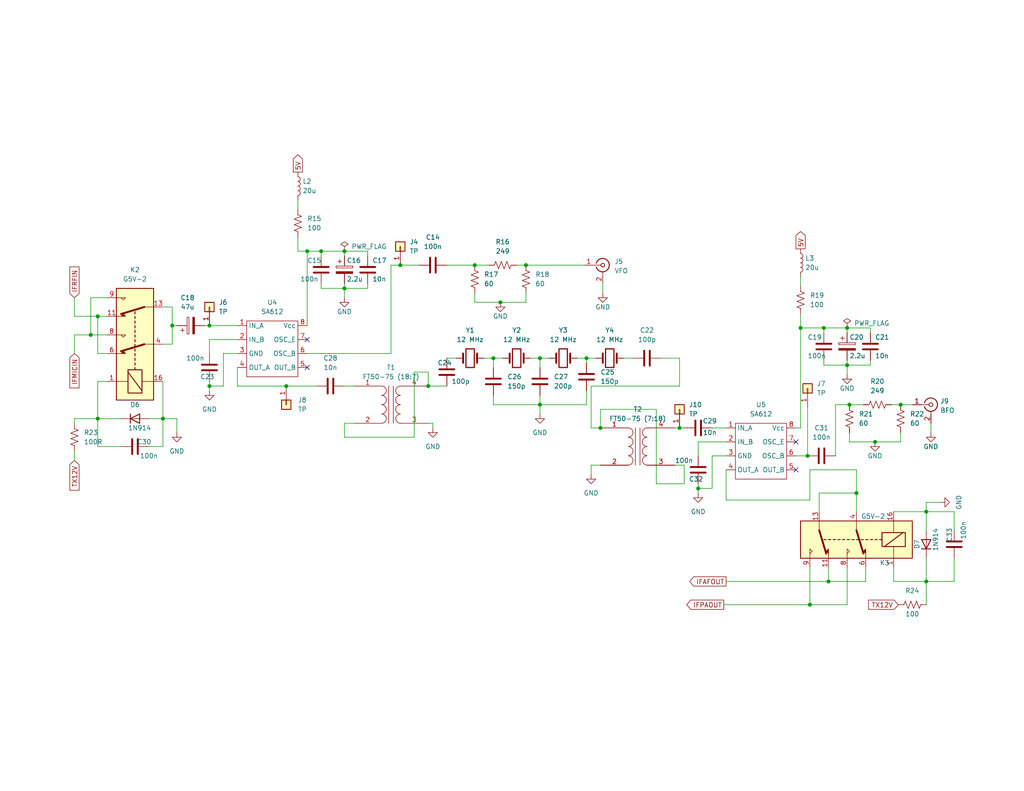
<source format=kicad_sch>
(kicad_sch (version 20211123) (generator eeschema)
  (paper "A")
  (title_block (date "2022-08-31") (rev "0.1a") (company "DATER (Dave Peter)"))
  (lib_symbols
    (symbol "Connector:Conn_Coaxial" (pin_names (offset 1.016) hide)
      (property "Reference" "J" (at 0.254 3.048 0))
      (property "Value" "Conn_Coaxial" (at 2.921 0 90))
      (symbol "Conn_Coaxial_0_1"
        (arc (start -1.778 -0.508) (mid 0.2311 -1.8066) (end 1.778 0) (stroke (width 0.254)))
        (polyline (pts (xy -2.54 0) (xy -0.508 0)))
        (polyline (pts (xy 0 -2.54) (xy 0 -1.778)))
        (circle (center 0 0) (radius 0.508) (stroke (width 0.2032)))
        (arc (start 1.778 0) (mid 0.2099 1.8101) (end -1.778 0.508) (stroke (width 0.254)))
      )
      (symbol "Conn_Coaxial_1_1"
        (pin passive line (at -5.08 0 0) (length 2.54) (name "In") (number "1"))
        (pin passive line (at 0 -5.08 90) (length 2.54) (name "Ext") (number "2"))
      )
    )
    (symbol "Connector_Generic:Conn_01x01" (pin_names (offset 1.016) hide)
      (property "Reference" "J" (at 0 2.54 0))
      (property "Value" "Conn_01x01" (at 0 -2.54 0))
      (symbol "Conn_01x01_1_1"
        (rectangle (start -1.27 0.127) (end 0 -0.127) (stroke (width 0.1524)))
        (rectangle (start -1.27 1.27) (end 1.27 -1.27) (stroke (width 0.254)) (fill (type background)))
        (pin passive line (at -5.08 0 0) (length 3.81) (name "Pin_1") (number "1"))
      )
    )
    (symbol "Custom_RF:SA612"
      (property "Reference" "U" (at 1.27 10.16 0))
      (property "Value" "SA612" (at 1.27 -7.62 0))
      (symbol "SA612_0_1"
        (rectangle (start -6.35 8.89) (end 7.62 -6.35))
      )
      (symbol "SA612_1_1"
        (pin input line (at -8.89 7.62 0) (length 2.54) (name "IN_A") (number "1"))
        (pin input line (at -8.89 3.81 0) (length 2.54) (name "IN_B") (number "2"))
        (pin power_in line (at -8.89 0 0) (length 2.54) (name "GND") (number "3"))
        (pin output line (at -8.89 -3.81 0) (length 2.54) (name "OUT_A") (number "4"))
        (pin output line (at 10.16 -3.81 180) (length 2.54) (name "OUT_B") (number "5"))
        (pin input line (at 10.16 0 180) (length 2.54) (name "OSC_B") (number "6"))
        (pin input line (at 10.16 3.81 180) (length 2.54) (name "OSC_E") (number "7"))
        (pin power_in line (at 10.16 7.62 180) (length 2.54) (name "Vcc") (number "8"))
      )
    )
    (symbol "Device:C" (pin_numbers hide) (pin_names (offset 0.254))
      (property "Reference" "C" (at 0.635 2.54 0))
      (property "Value" "C" (at 0.635 -2.54 0))
      (symbol "C_0_1"
        (polyline (pts (xy -2.032 -0.762) (xy 2.032 -0.762)) (stroke (width 0.508)))
        (polyline (pts (xy -2.032 0.762) (xy 2.032 0.762)) (stroke (width 0.508)))
      )
      (symbol "C_1_1"
        (pin passive line (at 0 3.81 270) (length 2.794) (name "~") (number "1"))
        (pin passive line (at 0 -3.81 90) (length 2.794) (name "~") (number "2"))
      )
    )
    (symbol "Device:C_Polarized" (pin_numbers hide) (pin_names (offset 0.254))
      (property "Reference" "C" (at 0.635 2.54 0))
      (property "Value" "C_Polarized" (at 0.635 -2.54 0))
      (symbol "C_Polarized_0_1"
        (rectangle (start -2.286 0.508) (end 2.286 1.016))
        (polyline (pts (xy -1.778 2.286) (xy -0.762 2.286)))
        (polyline (pts (xy -1.27 2.794) (xy -1.27 1.778)))
        (rectangle (start 2.286 -0.508) (end -2.286 -1.016) (fill (type outline)))
      )
      (symbol "C_Polarized_1_1"
        (pin passive line (at 0 3.81 270) (length 2.794) (name "~") (number "1"))
        (pin passive line (at 0 -3.81 90) (length 2.794) (name "~") (number "2"))
      )
    )
    (symbol "Device:Crystal" (pin_numbers hide) (pin_names (offset 1.016) hide)
      (property "Reference" "Y" (at 0 3.81 0))
      (property "Value" "Crystal" (at 0 -3.81 0))
      (symbol "Crystal_0_1"
        (rectangle (start -1.143 2.54) (end 1.143 -2.54) (stroke (width 0.3048)))
        (polyline (pts (xy -2.54 0) (xy -1.905 0)))
        (polyline (pts (xy -1.905 -1.27) (xy -1.905 1.27)) (stroke (width 0.508)))
        (polyline (pts (xy 1.905 -1.27) (xy 1.905 1.27)) (stroke (width 0.508)))
        (polyline (pts (xy 2.54 0) (xy 1.905 0)))
      )
      (symbol "Crystal_1_1"
        (pin passive line (at -3.81 0 0) (length 1.27) (name "1") (number "1"))
        (pin passive line (at 3.81 0 180) (length 1.27) (name "2") (number "2"))
      )
    )
    (symbol "Device:L" (pin_numbers hide) (pin_names (offset 1.016) hide)
      (property "Reference" "L" (at -1.27 0 90))
      (property "Value" "L" (at 1.905 0 90))
      (symbol "L_0_1"
        (arc (start 0 -2.54) (mid 0.635 -1.905) (end 0 -1.27))
        (arc (start 0 -1.27) (mid 0.635 -0.635) (end 0 0))
        (arc (start 0 0) (mid 0.635 0.635) (end 0 1.27))
        (arc (start 0 1.27) (mid 0.635 1.905) (end 0 2.54))
      )
      (symbol "L_1_1"
        (pin passive line (at 0 3.81 270) (length 1.27) (name "1") (number "1"))
        (pin passive line (at 0 -3.81 90) (length 1.27) (name "2") (number "2"))
      )
    )
    (symbol "Device:R_US" (pin_numbers hide) (pin_names (offset 0))
      (property "Reference" "R" (at 2.54 0 90))
      (property "Value" "R_US" (at -2.54 0 90))
      (symbol "R_US_0_1"
        (polyline (pts (xy 0 -2.286) (xy 0 -2.54)))
        (polyline (pts (xy 0 2.286) (xy 0 2.54)))
        (polyline (pts (xy 0 -0.762) (xy 1.016 -1.143) (xy 0 -1.524) (xy -1.016 -1.905) (xy 0 -2.286)))
        (polyline (pts (xy 0 0.762) (xy 1.016 0.381) (xy 0 0) (xy -1.016 -0.381) (xy 0 -0.762)))
        (polyline (pts (xy 0 2.286) (xy 1.016 1.905) (xy 0 1.524) (xy -1.016 1.143) (xy 0 0.762)))
      )
      (symbol "R_US_1_1"
        (pin passive line (at 0 3.81 270) (length 1.27) (name "~") (number "1"))
        (pin passive line (at 0 -3.81 90) (length 1.27) (name "~") (number "2"))
      )
    )
    (symbol "Device:Transformer_1P_1S" (pin_names (offset 1.016) hide)
      (property "Reference" "T" (at 0 6.35 0))
      (property "Value" "Transformer_1P_1S" (at 0 -7.62 0))
      (symbol "Transformer_1P_1S_0_1"
        (arc (start -2.54 -5.0546) (mid -1.6599 -4.6901) (end -1.27 -3.81))
        (arc (start -2.54 -2.5146) (mid -1.6599 -2.1501) (end -1.27 -1.27))
        (arc (start -2.54 0.0254) (mid -1.6599 0.3899) (end -1.27 1.27))
        (arc (start -2.54 2.5654) (mid -1.6599 2.9299) (end -1.27 3.81))
        (arc (start -1.27 -3.81) (mid -1.642 -2.912) (end -2.54 -2.54))
        (arc (start -1.27 -1.27) (mid -1.642 -0.372) (end -2.54 0))
        (arc (start -1.27 1.27) (mid -1.642 2.168) (end -2.54 2.54))
        (arc (start -1.27 3.81) (mid -1.642 4.708) (end -2.54 5.08))
        (polyline (pts (xy -0.635 5.08) (xy -0.635 -5.08)))
        (polyline (pts (xy 0.635 -5.08) (xy 0.635 5.08)))
        (arc (start 1.2954 -1.27) (mid 1.6599 -2.1501) (end 2.54 -2.5146))
        (arc (start 1.2954 1.27) (mid 1.6599 0.3899) (end 2.54 0.0254))
        (arc (start 1.2954 3.81) (mid 1.6599 2.9299) (end 2.54 2.5654))
        (arc (start 1.3208 -3.81) (mid 1.6853 -4.6901) (end 2.5654 -5.0546))
        (arc (start 2.54 0) (mid 1.642 -0.372) (end 1.2954 -1.27))
        (arc (start 2.54 2.54) (mid 1.642 2.168) (end 1.2954 1.27))
        (arc (start 2.54 5.08) (mid 1.642 4.708) (end 1.2954 3.81))
        (arc (start 2.5654 -2.54) (mid 1.6674 -2.912) (end 1.3208 -3.81))
      )
      (symbol "Transformer_1P_1S_1_1"
        (pin passive line (at -10.16 5.08 0) (length 7.62) (name "AA") (number "1"))
        (pin passive line (at -10.16 -5.08 0) (length 7.62) (name "AB") (number "2"))
        (pin passive line (at 10.16 -5.08 180) (length 7.62) (name "SA") (number "3"))
        (pin passive line (at 10.16 5.08 180) (length 7.62) (name "SB") (number "4"))
      )
    )
    (symbol "Diode:1N914" (pin_numbers hide) (pin_names (offset 1.016) hide)
      (property "Reference" "D" (at 0 2.54 0))
      (property "Value" "1N914" (at 0 -2.54 0))
      (symbol "1N914_0_1"
        (polyline (pts (xy -1.27 1.27) (xy -1.27 -1.27)) (stroke (width 0.254)))
        (polyline (pts (xy 1.27 0) (xy -1.27 0)))
        (polyline (pts (xy 1.27 1.27) (xy 1.27 -1.27) (xy -1.27 0) (xy 1.27 1.27)) (stroke (width 0.254)))
      )
      (symbol "1N914_1_1"
        (pin passive line (at -3.81 0 0) (length 2.54) (name "K") (number "1"))
        (pin passive line (at 3.81 0 180) (length 2.54) (name "A") (number "2"))
      )
    )
    (symbol "Relay:G5V-2"
      (property "Reference" "K" (at 16.51 3.81 0))
      (property "Value" "G5V-2" (at 16.51 1.27 0))
      (symbol "G5V-2_0_1"
        (rectangle (start -15.24 5.08) (end 15.24 -5.08) (stroke (width 0.254)) (fill (type background)))
        (rectangle (start -13.335 1.905) (end -6.985 -1.905) (stroke (width 0.254)))
        (polyline (pts (xy -12.7 -1.905) (xy -7.62 1.905)) (stroke (width 0.254)))
        (polyline (pts (xy -10.16 -5.08) (xy -10.16 -1.905)))
        (polyline (pts (xy -10.16 5.08) (xy -10.16 1.905)))
        (polyline (pts (xy -6.985 0) (xy -6.35 0)) (stroke (width 0.254)))
        (polyline (pts (xy -5.715 0) (xy -5.08 0)) (stroke (width 0.254)))
        (polyline (pts (xy -4.445 0) (xy -3.81 0)) (stroke (width 0.254)))
        (polyline (pts (xy -3.175 0) (xy -2.54 0)) (stroke (width 0.254)))
        (polyline (pts (xy -1.905 0) (xy -1.27 0)) (stroke (width 0.254)))
        (polyline (pts (xy -0.635 0) (xy 0 0)) (stroke (width 0.254)))
        (polyline (pts (xy 0 -2.54) (xy -1.905 3.81)) (stroke (width 0.508)))
        (polyline (pts (xy 0 -2.54) (xy 0 -5.08)))
        (polyline (pts (xy 0.635 0) (xy 1.27 0)) (stroke (width 0.254)))
        (polyline (pts (xy 1.905 0) (xy 2.54 0)) (stroke (width 0.254)))
        (polyline (pts (xy 3.175 0) (xy 3.81 0)) (stroke (width 0.254)))
        (polyline (pts (xy 4.445 0) (xy 5.08 0)) (stroke (width 0.254)))
        (polyline (pts (xy 5.715 0) (xy 6.35 0)) (stroke (width 0.254)))
        (polyline (pts (xy 6.985 0) (xy 7.62 0)) (stroke (width 0.254)))
        (polyline (pts (xy 8.255 0) (xy 8.89 0)) (stroke (width 0.254)))
        (polyline (pts (xy 10.16 -2.54) (xy 8.255 3.81)) (stroke (width 0.508)))
        (polyline (pts (xy 10.16 -2.54) (xy 10.16 -5.08)))
        (polyline (pts (xy -2.54 5.08) (xy -2.54 2.54) (xy -1.905 3.175) (xy -2.54 3.81)) (fill (type outline)))
        (polyline (pts (xy 2.54 5.08) (xy 2.54 2.54) (xy 1.905 3.175) (xy 2.54 3.81)))
        (polyline (pts (xy 7.62 5.08) (xy 7.62 2.54) (xy 8.255 3.175) (xy 7.62 3.81)) (fill (type outline)))
        (polyline (pts (xy 12.7 5.08) (xy 12.7 2.54) (xy 12.065 3.175) (xy 12.7 3.81)))
      )
      (symbol "G5V-2_1_1"
        (pin passive line (at -10.16 7.62 270) (length 2.54) (name "~") (number "1"))
        (pin passive line (at 7.62 7.62 270) (length 2.54) (name "~") (number "11"))
        (pin passive line (at 10.16 -7.62 90) (length 2.54) (name "~") (number "13"))
        (pin passive line (at -10.16 -7.62 90) (length 2.54) (name "~") (number "16"))
        (pin passive line (at 0 -7.62 90) (length 2.54) (name "~") (number "4"))
        (pin passive line (at -2.54 7.62 270) (length 2.54) (name "~") (number "6"))
        (pin passive line (at 2.54 7.62 270) (length 2.54) (name "~") (number "8"))
        (pin passive line (at 12.7 7.62 270) (length 2.54) (name "~") (number "9"))
      )
    )
    (symbol "power:GND" (power) (pin_names (offset 0))
      (property "Value" "GND" (at 0 -3.81 0))
      (symbol "GND_0_1"
        (polyline (pts (xy 0 0) (xy 0 -1.27) (xy 1.27 -1.27) (xy 0 -2.54) (xy -1.27 -1.27) (xy 0 -1.27)))
      )
      (symbol "GND_1_1"
        (pin power_in line (at 0 0 270) (length 0) hide (name "GND") (number "1"))
      )
    )
    (symbol "power:PWR_FLAG" (power) (pin_numbers hide) (pin_names (offset 0) hide)
      (property "Value" "PWR_FLAG" (at 0 3.81 0))
      (symbol "PWR_FLAG_0_0"
        (pin power_out line (at 0 0 90) (length 0) (name "pwr") (number "1"))
      )
      (symbol "PWR_FLAG_0_1"
        (polyline (pts (xy 0 0) (xy 0 1.27) (xy -1.016 1.905) (xy 0 2.54) (xy 1.016 1.905) (xy 0 1.27)))
      )
    )
  )
  (junction (at 129.54 72.39))
  (junction (at 26.67 114.3))
  (junction (at 46.99 88.9))
  (junction (at 160.02 97.79))
  (junction (at 190.5 133.35))
  (junction (at 218.44 89.535))
  (junction (at 136.525 82.55))
  (junction (at 252.73 158.75))
  (junction (at 143.51 72.39))
  (junction (at 231.14 89.535))
  (junction (at 231.14 99.695))
  (junction (at 78.105 105.41))
  (junction (at 226.06 158.75))
  (junction (at 57.15 88.9))
  (junction (at 231.775 110.49))
  (junction (at 252.73 139.7))
  (junction (at 93.98 68.58))
  (junction (at 238.76 120.65))
  (junction (at 224.79 89.535))
  (junction (at 109.22 72.39))
  (junction (at 134.62 97.79))
  (junction (at 245.745 110.49))
  (junction (at 220.345 124.46))
  (junction (at 147.32 97.79))
  (junction (at 93.98 78.74))
  (junction (at 233.68 134.62))
  (junction (at 26.67 86.36))
  (junction (at 44.45 114.3))
  (junction (at 163.83 116.84))
  (junction (at 185.42 116.84))
  (junction (at 116.84 105.41))
  (junction (at 57.15 105.41))
  (junction (at 220.98 165.1))
  (junction (at 147.32 110.49))
  (junction (at 83.82 68.58))
  (junction (at 24.765 91.44))
  (junction (at 87.63 68.58))
  (no_connect (at 217.17 128.27))
  (no_connect (at 83.82 92.71))
  (no_connect (at 217.17 120.65))
  (no_connect (at 83.82 100.33))
  (wire (pts (xy 224.79 89.535) (xy 231.14 89.535)))
  (wire (pts (xy 24.765 81.28) (xy 29.21 81.28)))
  (wire (pts (xy 20.32 123.19) (xy 20.32 125.73)))
  (wire (pts (xy 220.98 136.525) (xy 198.12 136.525)))
  (wire (pts (xy 57.15 92.71) (xy 57.15 96.52)))
  (wire (pts (xy 100.33 68.58) (xy 100.33 69.85)))
  (wire (pts (xy 220.98 128.27) (xy 233.68 128.27)))
  (wire (pts (xy 26.67 96.52) (xy 29.21 96.52)))
  (wire (pts (xy 194.31 133.35) (xy 194.31 124.46)))
  (wire (pts (xy 260.35 158.75) (xy 260.35 152.4)))
  (wire (pts (xy 147.32 97.79) (xy 149.86 97.79)))
  (wire (pts (xy 87.63 77.47) (xy 87.63 78.74)))
  (wire (pts (xy 243.205 110.49) (xy 245.745 110.49)))
  (wire (pts (xy 24.765 91.44) (xy 20.32 91.44)))
  (wire (pts (xy 40.64 114.3) (xy 44.45 114.3)))
  (wire (pts (xy 26.67 114.3) (xy 26.67 121.92)))
  (wire (pts (xy 252.73 158.75) (xy 260.35 158.75)))
  (wire (pts (xy 231.14 165.1) (xy 231.14 154.94)))
  (wire (pts (xy 194.31 124.46) (xy 198.12 124.46)))
  (wire (pts (xy 224.79 89.535) (xy 224.79 90.805)))
  (wire (pts (xy 44.45 114.3) (xy 44.45 121.92)))
  (wire (pts (xy 238.76 120.65) (xy 245.745 120.65)))
  (wire (pts (xy 87.63 68.58) (xy 87.63 69.85)))
  (wire (pts (xy 163.83 116.84) (xy 163.83 111.76)))
  (wire (pts (xy 26.67 114.3) (xy 33.02 114.3)))
  (wire (pts (xy 164.465 77.47) (xy 164.465 80.01)))
  (wire (pts (xy 245.745 120.65) (xy 245.745 118.11)))
  (wire (pts (xy 227.965 110.49) (xy 227.965 124.46)))
  (wire (pts (xy 147.32 110.49) (xy 147.32 107.95)))
  (wire (pts (xy 243.84 158.75) (xy 252.73 158.75)))
  (wire (pts (xy 218.44 89.535) (xy 218.44 116.84)))
  (wire (pts (xy 48.26 88.9) (xy 46.99 88.9)))
  (wire (pts (xy 20.32 81.28) (xy 20.32 86.36)))
  (wire (pts (xy 81.28 68.58) (xy 83.82 68.58)))
  (wire (pts (xy 224.79 99.695) (xy 231.14 99.695)))
  (wire (pts (xy 218.44 85.725) (xy 218.44 89.535)))
  (wire (pts (xy 231.14 99.695) (xy 231.14 98.425)))
  (wire (pts (xy 116.84 105.41) (xy 121.92 105.41)))
  (wire (pts (xy 93.98 115.57) (xy 93.98 119.38)))
  (wire (pts (xy 220.98 165.1) (xy 231.14 165.1)))
  (wire (pts (xy 252.73 139.7) (xy 260.35 139.7)))
  (wire (pts (xy 220.98 154.94) (xy 220.98 165.1)))
  (wire (pts (xy 179.07 111.76) (xy 179.07 132.08)))
  (wire (pts (xy 231.14 99.695) (xy 231.14 102.235)))
  (wire (pts (xy 237.49 98.425) (xy 237.49 99.695)))
  (wire (pts (xy 26.67 86.36) (xy 29.21 86.36)))
  (wire (pts (xy 223.52 134.62) (xy 223.52 139.7)))
  (wire (pts (xy 161.29 127) (xy 163.83 127)))
  (wire (pts (xy 185.42 97.79) (xy 185.42 105.41)))
  (wire (pts (xy 118.11 115.57) (xy 118.11 116.84)))
  (wire (pts (xy 237.49 89.535) (xy 237.49 90.805)))
  (wire (pts (xy 81.28 54.61) (xy 81.28 57.15)))
  (wire (pts (xy 93.98 68.58) (xy 93.98 69.85)))
  (wire (pts (xy 143.51 82.55) (xy 143.51 80.01)))
  (wire (pts (xy 129.54 72.39) (xy 133.35 72.39)))
  (wire (pts (xy 26.67 86.36) (xy 26.67 96.52)))
  (wire (pts (xy 26.67 121.92) (xy 33.02 121.92)))
  (wire (pts (xy 121.92 72.39) (xy 129.54 72.39)))
  (wire (pts (xy 252.73 139.7) (xy 252.73 137.16)))
  (wire (pts (xy 243.84 139.7) (xy 252.73 139.7)))
  (wire (pts (xy 231.14 89.535) (xy 231.14 90.805)))
  (wire (pts (xy 134.62 97.79) (xy 134.62 100.33)))
  (wire (pts (xy 140.97 72.39) (xy 143.51 72.39)))
  (wire (pts (xy 143.51 72.39) (xy 159.385 72.39)))
  (wire (pts (xy 64.77 105.41) (xy 64.77 100.33)))
  (wire (pts (xy 93.98 78.74) (xy 93.98 77.47)))
  (wire (pts (xy 81.28 64.77) (xy 81.28 68.58)))
  (wire (pts (xy 106.68 72.39) (xy 106.68 96.52)))
  (wire (pts (xy 147.32 110.49) (xy 147.32 113.03)))
  (wire (pts (xy 93.98 78.74) (xy 93.98 81.28)))
  (wire (pts (xy 44.45 104.14) (xy 44.45 114.3)))
  (wire (pts (xy 198.12 136.525) (xy 198.12 128.27)))
  (wire (pts (xy 26.67 104.14) (xy 26.67 114.3)))
  (wire (pts (xy 116.84 115.57) (xy 118.11 115.57)))
  (wire (pts (xy 57.15 88.9) (xy 64.77 88.9)))
  (wire (pts (xy 114.3 72.39) (xy 109.22 72.39)))
  (wire (pts (xy 233.68 134.62) (xy 233.68 139.7)))
  (wire (pts (xy 29.21 104.14) (xy 26.67 104.14)))
  (wire (pts (xy 44.45 114.3) (xy 48.26 114.3)))
  (wire (pts (xy 220.345 111.125) (xy 220.345 124.46)))
  (wire (pts (xy 160.02 106.68) (xy 160.02 110.49)))
  (wire (pts (xy 252.73 158.75) (xy 252.73 152.4)))
  (wire (pts (xy 78.105 105.41) (xy 86.36 105.41)))
  (wire (pts (xy 224.79 98.425) (xy 224.79 99.695)))
  (wire (pts (xy 48.26 114.3) (xy 48.26 118.11)))
  (wire (pts (xy 46.99 88.9) (xy 46.99 93.98)))
  (wire (pts (xy 134.62 97.79) (xy 137.16 97.79)))
  (wire (pts (xy 147.32 97.79) (xy 147.32 100.33)))
  (wire (pts (xy 184.15 116.84) (xy 185.42 116.84)))
  (wire (pts (xy 134.62 110.49) (xy 147.32 110.49)))
  (wire (pts (xy 185.42 105.41) (xy 161.29 105.41)))
  (wire (pts (xy 116.84 101.6) (xy 116.84 105.41)))
  (wire (pts (xy 190.5 133.35) (xy 194.31 133.35)))
  (wire (pts (xy 198.12 120.65) (xy 190.5 120.65)))
  (wire (pts (xy 254 115.57) (xy 254 118.11)))
  (wire (pts (xy 157.48 97.79) (xy 160.02 97.79)))
  (wire (pts (xy 144.78 97.79) (xy 147.32 97.79)))
  (wire (pts (xy 190.5 120.65) (xy 190.5 124.46)))
  (wire (pts (xy 40.64 121.92) (xy 44.45 121.92)))
  (wire (pts (xy 163.83 111.76) (xy 179.07 111.76)))
  (wire (pts (xy 243.84 154.94) (xy 243.84 158.75)))
  (wire (pts (xy 160.02 97.79) (xy 160.02 99.06)))
  (wire (pts (xy 60.96 96.52) (xy 64.77 96.52)))
  (wire (pts (xy 57.15 105.41) (xy 57.15 106.68)))
  (wire (pts (xy 185.42 97.79) (xy 180.34 97.79)))
  (wire (pts (xy 223.52 134.62) (xy 233.68 134.62)))
  (wire (pts (xy 134.62 107.95) (xy 134.62 110.49)))
  (wire (pts (xy 231.775 110.49) (xy 235.585 110.49)))
  (wire (pts (xy 55.88 88.9) (xy 57.15 88.9)))
  (wire (pts (xy 44.45 93.98) (xy 46.99 93.98)))
  (wire (pts (xy 161.29 127) (xy 161.29 129.54)))
  (wire (pts (xy 252.73 139.7) (xy 252.73 144.78)))
  (wire (pts (xy 136.525 82.55) (xy 143.51 82.55)))
  (wire (pts (xy 226.06 154.94) (xy 226.06 158.75)))
  (wire (pts (xy 161.29 105.41) (xy 161.29 116.84)))
  (wire (pts (xy 93.98 78.74) (xy 100.33 78.74)))
  (wire (pts (xy 197.485 165.1) (xy 220.98 165.1)))
  (wire (pts (xy 179.07 132.08) (xy 186.69 132.08)))
  (wire (pts (xy 83.82 68.58) (xy 87.63 68.58)))
  (wire (pts (xy 252.73 158.75) (xy 252.73 165.1)))
  (wire (pts (xy 44.45 83.82) (xy 46.99 83.82)))
  (wire (pts (xy 57.15 104.14) (xy 57.15 105.41)))
  (wire (pts (xy 231.775 110.49) (xy 227.965 110.49)))
  (wire (pts (xy 185.42 116.84) (xy 186.69 116.84)))
  (wire (pts (xy 231.775 120.65) (xy 238.76 120.65)))
  (wire (pts (xy 109.22 72.39) (xy 106.68 72.39)))
  (wire (pts (xy 160.02 97.79) (xy 162.56 97.79)))
  (wire (pts (xy 60.96 105.41) (xy 60.96 96.52)))
  (wire (pts (xy 220.98 128.27) (xy 220.98 136.525)))
  (wire (pts (xy 83.82 68.58) (xy 83.82 88.9)))
  (wire (pts (xy 184.15 127) (xy 186.69 127)))
  (wire (pts (xy 236.22 154.94) (xy 236.22 158.75)))
  (wire (pts (xy 190.5 133.35) (xy 190.5 134.62)))
  (wire (pts (xy 245.745 110.49) (xy 248.92 110.49)))
  (wire (pts (xy 64.77 105.41) (xy 78.105 105.41)))
  (wire (pts (xy 121.92 97.79) (xy 124.46 97.79)))
  (wire (pts (xy 64.77 92.71) (xy 57.15 92.71)))
  (wire (pts (xy 217.17 124.46) (xy 220.345 124.46)))
  (wire (pts (xy 20.32 86.36) (xy 26.67 86.36)))
  (wire (pts (xy 260.35 144.78) (xy 260.35 139.7)))
  (wire (pts (xy 218.44 75.565) (xy 218.44 78.105)))
  (wire (pts (xy 218.44 89.535) (xy 224.79 89.535)))
  (wire (pts (xy 160.02 110.49) (xy 147.32 110.49)))
  (wire (pts (xy 46.99 83.82) (xy 46.99 88.9)))
  (wire (pts (xy 186.69 127) (xy 186.69 132.08)))
  (wire (pts (xy 100.33 77.47) (xy 100.33 78.74)))
  (wire (pts (xy 57.15 105.41) (xy 60.96 105.41)))
  (wire (pts (xy 29.21 91.44) (xy 24.765 91.44)))
  (wire (pts (xy 233.68 134.62) (xy 233.68 128.27)))
  (wire (pts (xy 106.68 96.52) (xy 83.82 96.52)))
  (wire (pts (xy 132.08 97.79) (xy 134.62 97.79)))
  (wire (pts (xy 170.18 97.79) (xy 172.72 97.79)))
  (wire (pts (xy 231.775 118.11) (xy 231.775 120.65)))
  (wire (pts (xy 231.14 99.695) (xy 237.49 99.695)))
  (wire (pts (xy 87.63 68.58) (xy 93.98 68.58)))
  (wire (pts (xy 113.03 101.6) (xy 116.84 101.6)))
  (wire (pts (xy 218.44 116.84) (xy 217.17 116.84)))
  (wire (pts (xy 129.54 80.01) (xy 129.54 82.55)))
  (wire (pts (xy 113.03 119.38) (xy 113.03 101.6)))
  (wire (pts (xy 93.98 68.58) (xy 100.33 68.58)))
  (wire (pts (xy 87.63 78.74) (xy 93.98 78.74)))
  (wire (pts (xy 20.32 91.44) (xy 20.32 96.52)))
  (wire (pts (xy 26.67 114.3) (xy 20.32 114.3)))
  (wire (pts (xy 198.12 158.75) (xy 226.06 158.75)))
  (wire (pts (xy 24.765 91.44) (xy 24.765 81.28)))
  (wire (pts (xy 96.52 115.57) (xy 93.98 115.57)))
  (wire (pts (xy 190.5 132.08) (xy 190.5 133.35)))
  (wire (pts (xy 129.54 82.55) (xy 136.525 82.55)))
  (wire (pts (xy 231.14 89.535) (xy 237.49 89.535)))
  (wire (pts (xy 93.98 119.38) (xy 113.03 119.38)))
  (wire (pts (xy 93.98 105.41) (xy 96.52 105.41)))
  (wire (pts (xy 236.22 158.75) (xy 226.06 158.75)))
  (wire (pts (xy 194.31 116.84) (xy 198.12 116.84)))
  (wire (pts (xy 161.29 116.84) (xy 163.83 116.84)))
  (wire (pts (xy 20.32 114.3) (xy 20.32 115.57)))
  (wire (pts (xy 252.73 137.16) (xy 256.54 137.16)))
  (global_label "IFRFIN" (shape input) (at 20.32 81.28 90) (property "Intersheet References" "${INTERSHEET_REFS}" (effects hide)))
  (global_label "TX12V" (shape input) (at 245.11 165.1 180) (property "Intersheet References" "${INTERSHEET_REFS}" (effects hide)))
  (global_label "IFMICIN" (shape input) (at 20.32 96.52 270) (property "Intersheet References" "${INTERSHEET_REFS}" (effects hide)))
  (global_label "IFPAOUT" (shape output) (at 197.485 165.1 180) (property "Intersheet References" "${INTERSHEET_REFS}" (effects hide)))
  (global_label "5V" (shape output) (at 218.44 67.945 90) (property "Intersheet References" "${INTERSHEET_REFS}" (effects hide)))
  (global_label "TX12V" (shape input) (at 20.32 125.73 270) (property "Intersheet References" "${INTERSHEET_REFS}" (effects hide)))
  (global_label "5V" (shape output) (at 81.28 46.99 90) (property "Intersheet References" "${INTERSHEET_REFS}" (effects hide)))
  (global_label "IFAFOUT" (shape output) (at 198.12 158.75 180) (property "Intersheet References" "${INTERSHEET_REFS}" (effects hide)))
  (symbol (lib_id "power:GND") (at 190.5 134.62 0) (unit 1)
    (property "Reference" "#PWR028" (effects hide))
    (property "Value" "GND" (at 190.5 139.7 0))
  )
  (symbol (lib_id "power:GND") (at 93.98 81.28 0) (unit 1)
    (property "Reference" "#PWR018" (effects hide))
    (property "Value" "GND" (at 93.98 85.09 0))
  )
  (symbol (lib_id "Custom_RF:SA612") (at 73.66 96.52 0) (unit 1)
    (property "Reference" "U4" (at 74.295 82.55 0))
    (property "Value" "SA612" (at 74.295 85.09 0))
    (property "Footprint" "Package_DIP:DIP-8_W7.62mm_Socket" (effects hide))
  )
  (symbol (lib_id "Connector_Generic:Conn_01x01") (at 109.22 67.31 90) (unit 1)
    (property "Reference" "J4" (at 111.76 66.0399 90) (effects (justify right)))
    (property "Value" "TP" (at 111.76 68.5799 90) (effects (justify right)))
    (property "Footprint" "Connector_PinHeader_1.00mm:PinHeader_1x01_P1.00mm_Vertical" (effects hide))
  )
  (symbol (lib_id "Device:C") (at 36.83 121.92 90) (unit 1)
    (property "Reference" "C30" (at 39.37 120.65 90))
    (property "Value" "100n" (at 40.64 124.46 90))
    (property "Footprint" "Capacitor_SMD:C_1206_3216Metric" (effects hide))
  )
  (symbol (lib_id "Device:R_US") (at 245.745 114.3 0) (unit 1)
    (property "Reference" "R22" (at 248.285 113.0299 0) (effects (justify left)))
    (property "Value" "60" (at 248.285 115.5699 0) (effects (justify left)))
    (property "Footprint" "Resistor_SMD:R_1206_3216Metric" (effects hide))
  )
  (symbol (lib_id "Device:C") (at 190.5 116.84 90) (unit 1)
    (property "Reference" "C29" (at 193.675 114.935 90))
    (property "Value" "10n" (at 193.675 118.11 90))
    (property "Footprint" "Capacitor_SMD:C_1206_3216Metric" (effects hide))
  )
  (symbol (lib_id "Diode:1N914") (at 36.83 114.3 0) (unit 1)
    (property "Reference" "D6" (at 36.83 110.49 0))
    (property "Value" "1N914" (at 38.1 116.84 0))
    (property "Footprint" "Diode_THT:D_DO-35_SOD27_P7.62mm_Horizontal" (effects hide))
    (property "Datasheet" "http://www.vishay.com/docs/85622/1n914.pdf" (effects hide))
  )
  (symbol (lib_id "Device:R_US") (at 231.775 114.3 0) (unit 1)
    (property "Reference" "R21" (at 234.315 113.0299 0) (effects (justify left)))
    (property "Value" "60" (at 234.315 115.5699 0) (effects (justify left)))
    (property "Footprint" "Resistor_SMD:R_1206_3216Metric" (effects hide))
  )
  (symbol (lib_id "Diode:1N914") (at 252.73 148.59 90) (unit 1)
    (property "Reference" "D7" (at 250.19 148.59 0))
    (property "Value" "1N914" (at 255.27 147.32 0))
    (property "Footprint" "Diode_THT:D_DO-35_SOD27_P7.62mm_Horizontal" (effects hide))
    (property "Datasheet" "http://www.vishay.com/docs/85622/1n914.pdf" (effects hide))
  )
  (symbol (lib_id "Device:R_US") (at 218.44 81.915 0) (unit 1)
    (property "Reference" "R19" (at 220.98 80.6449 0) (effects (justify left)))
    (property "Value" "100" (at 220.98 83.1849 0) (effects (justify left)))
    (property "Footprint" "Resistor_SMD:R_1206_3216Metric" (effects hide))
  )
  (symbol (lib_id "Relay:G5V-2") (at 233.68 147.32 180) (unit 1)
    (property "Reference" "K3" (at 240.03 153.67 0) (effects (justify right)))
    (property "Value" "G5V-2" (at 234.95 140.97 0) (effects (justify right)))
    (property "Footprint" "Relay_THT:Relay_DPDT_Omron_G5V-2" (effects hide))
    (property "Datasheet" "http://omronfs.omron.com/en_US/ecb/products/pdf/en-g5v_2.pdf" (effects hide))
  )
  (symbol (lib_id "Device:L") (at 81.28 50.8 0) (unit 1)
    (property "Reference" "L2" (at 82.55 49.5299 0) (effects (justify left)))
    (property "Value" "20u" (at 82.55 52.0699 0) (effects (justify left)))
    (property "Footprint" "Inductor_SMD:L_1206_3216Metric" (effects hide))
  )
  (symbol (lib_id "Device:R_US") (at 81.28 60.96 0) (unit 1)
    (property "Reference" "R15" (at 83.82 59.6899 0) (effects (justify left)))
    (property "Value" "100" (at 83.82 62.2299 0) (effects (justify left)))
    (property "Footprint" "Resistor_SMD:R_1206_3216Metric" (effects hide))
  )
  (symbol (lib_id "Device:R_US") (at 129.54 76.2 0) (unit 1)
    (property "Reference" "R17" (at 132.08 74.9299 0) (effects (justify left)))
    (property "Value" "60" (at 132.08 77.4699 0) (effects (justify left)))
    (property "Footprint" "Resistor_SMD:R_1206_3216Metric" (effects hide))
  )
  (symbol (lib_id "Device:C") (at 147.32 104.14 0) (unit 1)
    (property "Reference" "C27" (at 151.13 102.8699 0) (effects (justify left)))
    (property "Value" "200p" (at 151.13 105.4099 0) (effects (justify left)))
    (property "Footprint" "Capacitor_THT:C_Disc_D4.7mm_W2.5mm_P5.00mm" (effects hide))
  )
  (symbol (lib_id "Device:Crystal") (at 153.67 97.79 0) (unit 1)
    (property "Reference" "Y3" (at 153.67 90.17 0))
    (property "Value" "12 MHz" (at 153.67 92.71 0))
    (property "Footprint" "Crystal:Crystal_HC49-4H_Vertical" (effects hide))
  )
  (symbol (lib_id "Device:C") (at 224.79 94.615 0) (unit 1)
    (property "Reference" "C19" (at 220.345 92.075 0) (effects (justify left)))
    (property "Value" "100n" (at 220.345 97.155 0) (effects (justify left)))
    (property "Footprint" "Capacitor_SMD:C_1206_3216Metric" (effects hide))
  )
  (symbol (lib_id "Device:R_US") (at 248.92 165.1 270) (unit 1)
    (property "Reference" "R24" (at 248.92 161.29 90))
    (property "Value" "100" (at 248.92 167.64 90))
    (property "Footprint" "Resistor_SMD:R_1206_3216Metric" (effects hide))
  )
  (symbol (lib_id "Device:R_US") (at 239.395 110.49 90) (unit 1)
    (property "Reference" "R20" (at 239.395 104.14 90))
    (property "Value" "249" (at 239.395 106.68 90))
    (property "Footprint" "Resistor_SMD:R_1206_3216Metric" (effects hide))
  )
  (symbol (lib_id "Custom_RF:SA612") (at 207.01 124.46 0) (unit 1)
    (property "Reference" "U5" (at 207.645 110.49 0))
    (property "Value" "SA612" (at 207.645 113.03 0))
    (property "Footprint" "Package_DIP:DIP-8_W7.62mm_Socket" (effects hide))
  )
  (symbol (lib_id "Device:C") (at 190.5 128.27 0) (unit 1)
    (property "Reference" "C32" (at 187.96 130.81 0) (effects (justify left)))
    (property "Value" "100n" (at 184.15 125.73 0) (effects (justify left)))
    (property "Footprint" "Capacitor_SMD:C_1206_3216Metric" (effects hide))
  )
  (symbol (lib_id "Device:C") (at 118.11 72.39 270) (unit 1)
    (property "Reference" "C14" (at 118.11 64.77 90))
    (property "Value" "100n" (at 118.11 67.31 90))
    (property "Footprint" "Capacitor_SMD:C_1206_3216Metric" (effects hide))
  )
  (symbol (lib_id "Device:Crystal") (at 128.27 97.79 0) (unit 1)
    (property "Reference" "Y1" (at 128.27 90.17 0))
    (property "Value" "12 MHz" (at 128.27 92.71 0))
    (property "Footprint" "Crystal:Crystal_HC49-4H_Vertical" (effects hide))
  )
  (symbol (lib_id "Device:C") (at 260.35 148.59 180) (unit 1)
    (property "Reference" "C33" (at 259.08 146.05 90))
    (property "Value" "100n" (at 262.89 144.78 90))
    (property "Footprint" "Capacitor_SMD:C_1206_3216Metric" (effects hide))
  )
  (symbol (lib_id "Relay:G5V-2") (at 36.83 93.98 90) (unit 1)
    (property "Reference" "K2" (at 36.83 73.66 90))
    (property "Value" "G5V-2" (at 36.83 76.2 90))
    (property "Footprint" "Relay_THT:Relay_DPDT_Omron_G5V-2" (effects hide))
    (property "Datasheet" "http://omronfs.omron.com/en_US/ecb/products/pdf/en-g5v_2.pdf" (effects hide))
  )
  (symbol (lib_id "Connector_Generic:Conn_01x01") (at 78.105 110.49 270) (unit 1)
    (property "Reference" "J8" (at 81.28 109.2199 90) (effects (justify left)))
    (property "Value" "TP" (at 81.28 111.7599 90) (effects (justify left)))
    (property "Footprint" "Connector_PinHeader_1.00mm:PinHeader_1x01_P1.00mm_Vertical" (effects hide))
  )
  (symbol (lib_id "Device:R_US") (at 143.51 76.2 0) (unit 1)
    (property "Reference" "R18" (at 146.05 74.9299 0) (effects (justify left)))
    (property "Value" "60" (at 146.05 77.4699 0) (effects (justify left)))
    (property "Footprint" "Resistor_SMD:R_1206_3216Metric" (effects hide))
  )
  (symbol (lib_id "Device:C") (at 100.33 73.66 0) (unit 1)
    (property "Reference" "C17" (at 101.6 71.12 0) (effects (justify left)))
    (property "Value" "10n" (at 101.6 76.2 0) (effects (justify left)))
    (property "Footprint" "Capacitor_SMD:C_1206_3216Metric" (effects hide))
  )
  (symbol (lib_id "Device:C") (at 121.92 101.6 180) (unit 1)
    (property "Reference" "C24" (at 119.38 99.06 0) (effects (justify right)))
    (property "Value" "100p" (at 123.19 104.14 0) (effects (justify right)))
    (property "Footprint" "Capacitor_SMD:C_1206_3216Metric" (effects hide))
  )
  (symbol (lib_id "power:GND") (at 118.11 116.84 0) (unit 1)
    (property "Reference" "#PWR023" (effects hide))
    (property "Value" "GND" (at 118.11 121.92 0))
  )
  (symbol (lib_id "Device:C") (at 176.53 97.79 90) (unit 1)
    (property "Reference" "C22" (at 176.53 90.17 90))
    (property "Value" "100p" (at 176.53 92.71 90))
    (property "Footprint" "Capacitor_SMD:C_1206_3216Metric" (effects hide))
  )
  (symbol (lib_id "power:PWR_FLAG") (at 93.98 68.58 0) (unit 1)
    (property "Reference" "#FLG06" (effects hide))
    (property "Value" "PWR_FLAG" (at 95.885 67.3099 0) (effects (justify left)))
  )
  (symbol (lib_id "power:GND") (at 256.54 137.16 90) (unit 1)
    (property "Reference" "#PWR029" (effects hide))
    (property "Value" "GND" (at 261.62 137.16 0))
  )
  (symbol (lib_id "Device:C") (at 57.15 100.33 0) (unit 1)
    (property "Reference" "C23" (at 54.61 102.87 0) (effects (justify left)))
    (property "Value" "100n" (at 50.8 97.79 0) (effects (justify left)))
    (property "Footprint" "Capacitor_SMD:C_1206_3216Metric" (effects hide))
  )
  (symbol (lib_id "power:GND") (at 57.15 106.68 0) (unit 1)
    (property "Reference" "#PWR021" (effects hide))
    (property "Value" "GND" (at 57.15 111.76 0))
  )
  (symbol (lib_id "Device:Transformer_1P_1S") (at 106.68 110.49 0) (unit 1)
    (property "Reference" "T1" (at 106.6927 100.33 0))
    (property "Value" "FT50-75 (18:7)" (at 106.6927 102.87 0))
    (property "Footprint" "Transformer_THT:Transformer_Toroid_Horizontal_D14.0mm_Amidon-T50" (effects hide))
  )
  (symbol (lib_id "Connector:Conn_Coaxial") (at 164.465 72.39 0) (unit 1)
    (property "Reference" "J5" (at 167.64 71.4131 0) (effects (justify left)))
    (property "Value" "VFO" (at 167.64 73.9531 0) (effects (justify left)))
    (property "Footprint" "Connector_Coaxial:SMA_Amphenol_901-144_Vertical" (effects hide))
    (property "Datasheet" " ~" (effects hide))
  )
  (symbol (lib_id "Device:Crystal") (at 166.37 97.79 0) (unit 1)
    (property "Reference" "Y4" (at 166.37 90.17 0))
    (property "Value" "12 MHz" (at 166.37 92.71 0))
    (property "Footprint" "Crystal:Crystal_HC49-4H_Vertical" (effects hide))
  )
  (symbol (lib_id "Device:C") (at 160.02 102.87 0) (unit 1)
    (property "Reference" "C25" (at 163.83 101.5999 0) (effects (justify left)))
    (property "Value" "150p" (at 163.83 104.1399 0) (effects (justify left)))
    (property "Footprint" "Capacitor_THT:C_Disc_D4.7mm_W2.5mm_P5.00mm" (effects hide))
  )
  (symbol (lib_id "Device:C") (at 224.155 124.46 270) (unit 1)
    (property "Reference" "C31" (at 224.155 116.84 90))
    (property "Value" "100n" (at 224.155 119.38 90))
    (property "Footprint" "Capacitor_SMD:C_1206_3216Metric" (effects hide))
  )
  (symbol (lib_id "power:PWR_FLAG") (at 231.14 89.535 0) (unit 1)
    (property "Reference" "#FLG07" (effects hide))
    (property "Value" "PWR_FLAG" (at 233.045 88.2649 0) (effects (justify left)))
  )
  (symbol (lib_id "Device:R_US") (at 137.16 72.39 90) (unit 1)
    (property "Reference" "R16" (at 137.16 66.04 90))
    (property "Value" "249" (at 137.16 68.58 90))
    (property "Footprint" "Resistor_SMD:R_1206_3216Metric" (effects hide))
  )
  (symbol (lib_id "Device:Transformer_1P_1S") (at 173.99 121.92 0) (unit 1)
    (property "Reference" "T2" (at 174.0027 111.76 0))
    (property "Value" "FT50-75 (7:18)" (at 174.0027 114.3 0))
    (property "Footprint" "Transformer_THT:Transformer_Toroid_Horizontal_D14.0mm_Amidon-T50" (effects hide))
  )
  (symbol (lib_id "Device:C_Polarized") (at 52.07 88.9 90) (unit 1)
    (property "Reference" "C18" (at 51.181 81.28 90))
    (property "Value" "47u" (at 51.181 83.82 90))
    (property "Footprint" "Capacitor_THT:CP_Radial_D8.0mm_P2.50mm" (effects hide))
  )
  (symbol (lib_id "Connector_Generic:Conn_01x01") (at 185.42 111.76 90) (unit 1)
    (property "Reference" "J10" (at 187.96 110.4899 90) (effects (justify right)))
    (property "Value" "TP" (at 187.96 113.0299 90) (effects (justify right)))
    (property "Footprint" "Connector_PinHeader_1.00mm:PinHeader_1x01_P1.00mm_Vertical" (effects hide))
  )
  (symbol (lib_id "power:GND") (at 254 118.11 0) (unit 1)
    (property "Reference" "#PWR025" (effects hide))
    (property "Value" "GND" (at 254 121.92 0))
  )
  (symbol (lib_id "power:GND") (at 238.76 120.65 0) (unit 1)
    (property "Reference" "#PWR026" (effects hide))
    (property "Value" "GND" (at 238.76 124.46 0))
  )
  (symbol (lib_id "Connector:Conn_Coaxial") (at 254 110.49 0) (unit 1)
    (property "Reference" "J9" (at 256.54 109.5131 0) (effects (justify left)))
    (property "Value" "BFO" (at 256.54 112.0531 0) (effects (justify left)))
    (property "Footprint" "Connector_Coaxial:SMA_Amphenol_901-144_Vertical" (effects hide))
    (property "Datasheet" " ~" (effects hide))
  )
  (symbol (lib_id "Device:C_Polarized") (at 93.98 73.66 0) (unit 1)
    (property "Reference" "C16" (at 94.615 71.12 0) (effects (justify left)))
    (property "Value" "2.2u" (at 94.615 76.2 0) (effects (justify left)))
    (property "Footprint" "Capacitor_THT:CP_Radial_D8.0mm_P2.50mm" (effects hide))
  )
  (symbol (lib_id "power:GND") (at 147.32 113.03 0) (unit 1)
    (property "Reference" "#PWR022" (effects hide))
    (property "Value" "GND" (at 147.32 118.11 0))
  )
  (symbol (lib_id "Device:L") (at 218.44 71.755 0) (unit 1)
    (property "Reference" "L3" (at 219.71 70.4849 0) (effects (justify left)))
    (property "Value" "20u" (at 219.71 73.0249 0) (effects (justify left)))
    (property "Footprint" "Inductor_SMD:L_1206_3216Metric" (effects hide))
  )
  (symbol (lib_id "Device:Crystal") (at 140.97 97.79 0) (unit 1)
    (property "Reference" "Y2" (at 140.97 90.17 0))
    (property "Value" "12 MHz" (at 140.97 92.71 0))
    (property "Footprint" "Crystal:Crystal_HC49-4H_Vertical" (effects hide))
  )
  (symbol (lib_id "Connector_Generic:Conn_01x01") (at 57.15 83.82 90) (unit 1)
    (property "Reference" "J6" (at 59.69 82.5499 90) (effects (justify right)))
    (property "Value" "TP" (at 59.69 85.0899 90) (effects (justify right)))
    (property "Footprint" "Connector_PinHeader_1.00mm:PinHeader_1x01_P1.00mm_Vertical" (effects hide))
  )
  (symbol (lib_id "power:GND") (at 164.465 80.01 0) (unit 1)
    (property "Reference" "#PWR017" (effects hide))
    (property "Value" "GND" (at 164.465 83.82 0))
  )
  (symbol (lib_id "Device:R_US") (at 20.32 119.38 0) (unit 1)
    (property "Reference" "R23" (at 22.86 118.1099 0) (effects (justify left)))
    (property "Value" "100R" (at 22.86 120.6499 0) (effects (justify left)))
    (property "Footprint" "Resistor_SMD:R_1206_3216Metric" (effects hide))
  )
  (symbol (lib_id "power:GND") (at 161.29 129.54 0) (unit 1)
    (property "Reference" "#PWR027" (effects hide))
    (property "Value" "GND" (at 161.29 134.62 0))
  )
  (symbol (lib_id "Connector_Generic:Conn_01x01") (at 220.345 106.045 90) (unit 1)
    (property "Reference" "J7" (at 222.885 104.7749 90) (effects (justify right)))
    (property "Value" "TP" (at 222.885 107.3149 90) (effects (justify right)))
    (property "Footprint" "Connector_PinHeader_1.00mm:PinHeader_1x01_P1.00mm_Vertical" (effects hide))
  )
  (symbol (lib_id "Device:C") (at 134.62 104.14 0) (unit 1)
    (property "Reference" "C26" (at 138.43 102.8699 0) (effects (justify left)))
    (property "Value" "150p" (at 138.43 105.4099 0) (effects (justify left)))
    (property "Footprint" "Capacitor_THT:C_Disc_D4.7mm_W2.5mm_P5.00mm" (effects hide))
  )
  (symbol (lib_id "Device:C") (at 237.49 94.615 0) (unit 1)
    (property "Reference" "C21" (at 238.76 92.075 0) (effects (justify left)))
    (property "Value" "10n" (at 238.76 97.155 0) (effects (justify left)))
    (property "Footprint" "Capacitor_SMD:C_1206_3216Metric" (effects hide))
  )
  (symbol (lib_id "power:GND") (at 136.525 82.55 0) (unit 1)
    (property "Reference" "#PWR019" (effects hide))
    (property "Value" "GND" (at 136.525 86.36 0))
  )
  (symbol (lib_id "Device:C") (at 90.17 105.41 90) (unit 1)
    (property "Reference" "C28" (at 90.17 97.79 90))
    (property "Value" "10n" (at 90.17 100.33 90))
    (property "Footprint" "Capacitor_SMD:C_1206_3216Metric" (effects hide))
  )
  (symbol (lib_id "power:GND") (at 231.14 102.235 0) (unit 1)
    (property "Reference" "#PWR020" (effects hide))
    (property "Value" "GND" (at 231.14 106.045 0))
  )
  (symbol (lib_id "Device:C_Polarized") (at 231.14 94.615 0) (unit 1)
    (property "Reference" "C20" (at 231.775 92.075 0) (effects (justify left)))
    (property "Value" "2.2u" (at 231.775 97.155 0) (effects (justify left)))
    (property "Footprint" "Capacitor_THT:CP_Radial_D8.0mm_P2.50mm" (effects hide))
  )
  (symbol (lib_id "Device:C") (at 87.63 73.66 0) (unit 1)
    (property "Reference" "C15" (at 83.82 71.12 0) (effects (justify left)))
    (property "Value" "100n" (at 81.915 76.2 0) (effects (justify left)))
    (property "Footprint" "Capacitor_SMD:C_1206_3216Metric" (effects hide))
  )
  (symbol (lib_id "power:GND") (at 48.26 118.11 0) (unit 1)
    (property "Reference" "#PWR024" (effects hide))
    (property "Value" "GND" (at 48.26 123.19 0))
  )
)
</source>
